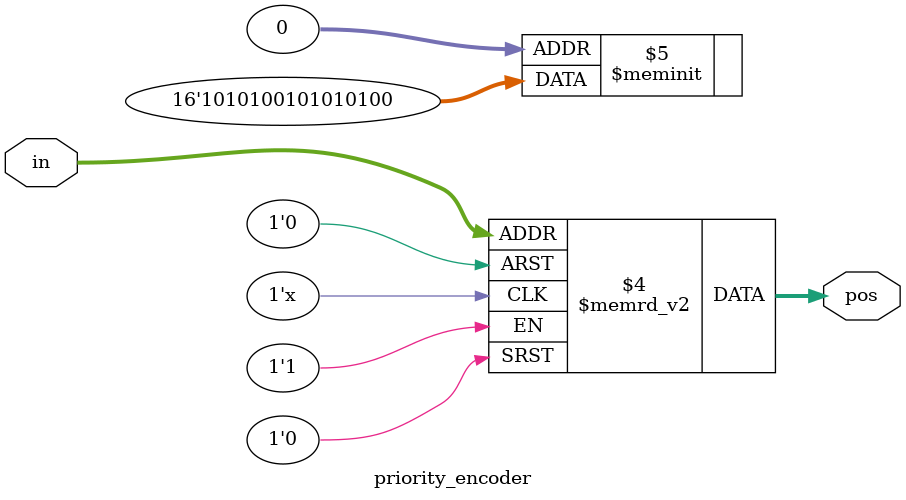
<source format=v>
module priority_encoder( 
input [2:0] in,
output reg [1:0] pos ); 
// When sel=1, assign b to out
always @(in, pos) 
begin 
case(in)
0: begin pos=2'b00; end 
1,2,3,4: begin pos=2'b01; end
5,6,7: begin pos=2'b10; end
default: pos=2'b00; 
endcase 
end
endmodule

</source>
